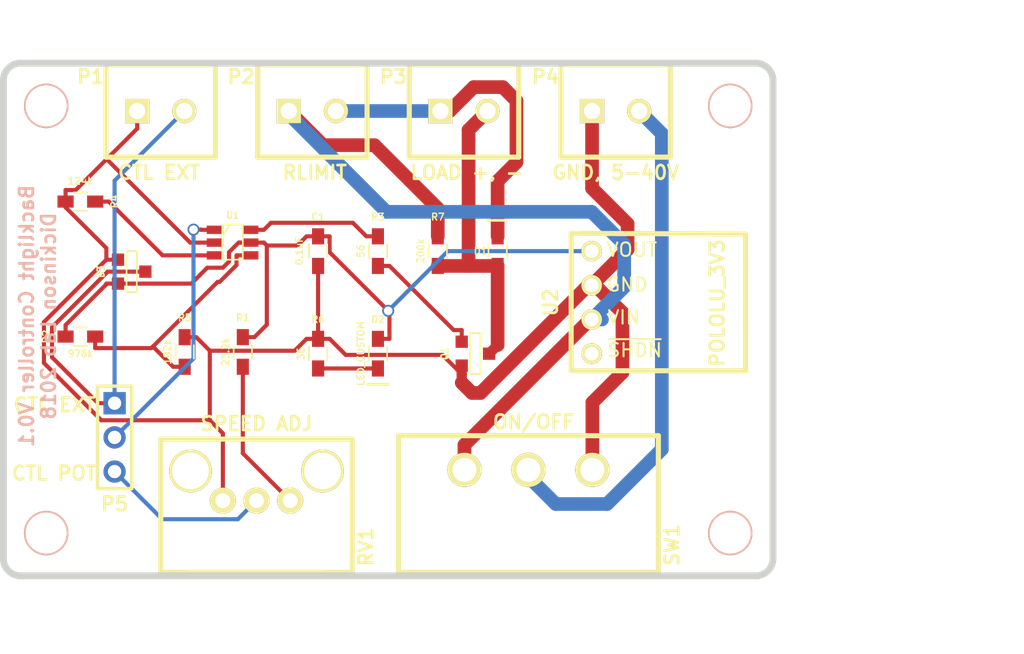
<source format=kicad_pcb>
(kicad_pcb (version 4) (host pcbnew 4.0.7-e2-6376~58~ubuntu16.04.1)

  (general
    (links 37)
    (no_connects 25)
    (area 25.145999 25.145999 82.804001 63.754001)
    (thickness 1.6)
    (drawings 23)
    (tracks 155)
    (zones 0)
    (modules 25)
    (nets 17)
  )

  (page A4)
  (layers
    (0 F.Cu signal)
    (31 B.Cu signal)
    (32 B.Adhes user)
    (33 F.Adhes user)
    (34 B.Paste user)
    (35 F.Paste user)
    (36 B.SilkS user)
    (37 F.SilkS user)
    (38 B.Mask user)
    (39 F.Mask user)
    (40 Dwgs.User user)
    (41 Cmts.User user)
    (42 Eco1.User user)
    (43 Eco2.User user)
    (44 Edge.Cuts user)
  )

  (setup
    (last_trace_width 0.3048)
    (trace_clearance 0.254)
    (zone_clearance 0.254)
    (zone_45_only no)
    (trace_min 0.254)
    (segment_width 0.2)
    (edge_width 0.508)
    (via_size 0.889)
    (via_drill 0.635)
    (via_min_size 0.889)
    (via_min_drill 0.508)
    (uvia_size 0.508)
    (uvia_drill 0.127)
    (uvias_allowed no)
    (uvia_min_size 0.508)
    (uvia_min_drill 0.127)
    (pcb_text_width 0.3)
    (pcb_text_size 1.5 1.5)
    (mod_edge_width 0.15)
    (mod_text_size 1 1)
    (mod_text_width 0.15)
    (pad_size 1.5 1.5)
    (pad_drill 0.6)
    (pad_to_mask_clearance 0)
    (aux_axis_origin 0 0)
    (visible_elements FFFFFF7F)
    (pcbplotparams
      (layerselection 0x010f0_80000001)
      (usegerberextensions true)
      (excludeedgelayer true)
      (linewidth 0.150000)
      (plotframeref false)
      (viasonmask false)
      (mode 1)
      (useauxorigin false)
      (hpglpennumber 1)
      (hpglpenspeed 20)
      (hpglpendiameter 15)
      (hpglpenoverlay 2)
      (psnegative false)
      (psa4output false)
      (plotreference true)
      (plotvalue true)
      (plotinvisibletext false)
      (padsonsilk false)
      (subtractmaskfromsilk false)
      (outputformat 1)
      (mirror false)
      (drillshape 0)
      (scaleselection 1)
      (outputdirectory gerber_v0p1/))
  )

  (net 0 "")
  (net 1 GND)
  (net 2 "Net-(D1-Pad1)")
  (net 3 "Net-(D2-Pad2)")
  (net 4 "Net-(Q1-Pad2)")
  (net 5 "Net-(R1-Pad2)")
  (net 6 "Net-(R2-Pad2)")
  (net 7 "Net-(R3-Pad2)")
  (net 8 "Net-(R4-Pad1)")
  (net 9 /3V3)
  (net 10 "Net-(D1-Pad2)")
  (net 11 /VIN)
  (net 12 "Net-(U2-Pad1)")
  (net 13 "Net-(D3-Pad3)")
  (net 14 "Net-(P5-Pad2)")
  (net 15 "Net-(P5-Pad3)")
  (net 16 "Net-(P4-Pad2)")

  (net_class Default "This is the default net class."
    (clearance 0.254)
    (trace_width 0.3048)
    (via_dia 0.889)
    (via_drill 0.635)
    (uvia_dia 0.508)
    (uvia_drill 0.127)
    (add_net /3V3)
    (add_net GND)
    (add_net "Net-(D2-Pad2)")
    (add_net "Net-(D3-Pad3)")
    (add_net "Net-(P4-Pad2)")
    (add_net "Net-(P5-Pad2)")
    (add_net "Net-(P5-Pad3)")
    (add_net "Net-(Q1-Pad2)")
    (add_net "Net-(R1-Pad2)")
    (add_net "Net-(R2-Pad2)")
    (add_net "Net-(R3-Pad2)")
    (add_net "Net-(R4-Pad1)")
    (add_net "Net-(U2-Pad1)")
  )

  (net_class Power ""
    (clearance 0.254)
    (trace_width 1.016)
    (via_dia 0.889)
    (via_drill 0.635)
    (uvia_dia 0.508)
    (uvia_drill 0.127)
    (add_net /VIN)
    (add_net "Net-(D1-Pad1)")
    (add_net "Net-(D1-Pad2)")
  )

  (module MOUNT_HOLE_4_40 (layer F.Cu) (tedit 5B846019) (tstamp 529F9CF2)
    (at 38.608 53.34)
    (fp_text reference M4 (at 0 -2.032) (layer F.SilkS) hide
      (effects (font (size 0.254 0.254) (thickness 0.0635)))
    )
    (fp_text value VAL** (at 0 2.032) (layer F.SilkS) hide
      (effects (font (size 0.254 0.254) (thickness 0.0635)))
    )
    (pad "" thru_hole circle (at -10.033 6.985) (size 3.302 3.302) (drill 3.048) (layers *.Cu *.SilkS *.Mask))
  )

  (module POT_EVUE2J (layer F.Cu) (tedit 5B86DF6C) (tstamp 529F9150)
    (at 44.196 57.912 270)
    (path /5B7E00B4)
    (fp_text reference RV1 (at 3.429 -8.128 450) (layer F.SilkS)
      (effects (font (size 1.016 1.016) (thickness 0.2032)))
    )
    (fp_text value POT (at -6.604 0.254 360) (layer F.SilkS) hide
      (effects (font (size 1.016 1.016) (thickness 0.2032)))
    )
    (fp_line (start -4.572 7.112) (end 5.334 7.112) (layer F.SilkS) (width 0.381))
    (fp_line (start 5.334 7.112) (end 5.334 -7.112) (layer F.SilkS) (width 0.381))
    (fp_line (start -4.572 6.35) (end -4.572 7.112) (layer F.SilkS) (width 0.381))
    (fp_line (start -4.572 -7.112) (end 5.334 -7.112) (layer F.SilkS) (width 0.381))
    (fp_line (start -4.572 -6.35) (end -4.572 -7.112) (layer F.SilkS) (width 0.381))
    (fp_line (start -4.572 -6.35) (end -4.572 6.35) (layer F.SilkS) (width 0.381))
    (fp_line (start 5.334 -5.08) (end 5.334 5.08) (layer F.SilkS) (width 0.381))
    (pad 1 thru_hole circle (at 0 2.49936 270) (size 1.9304 1.9304) (drill 1.09982) (layers *.Cu *.Mask F.SilkS)
      (net 1 GND))
    (pad 2 thru_hole circle (at 0 0 270) (size 1.9304 1.9304) (drill 1.09982) (layers *.Cu *.Mask F.SilkS)
      (net 15 "Net-(P5-Pad3)"))
    (pad 3 thru_hole circle (at 0 -2.49936 270) (size 1.9304 1.9304) (drill 1.09982) (layers *.Cu *.Mask F.SilkS)
      (net 5 "Net-(R1-Pad2)"))
    (pad "" thru_hole circle (at -2.19964 4.9022 270) (size 3.175 3.175) (drill 2.7178) (layers *.Cu *.Mask F.SilkS))
    (pad "" thru_hole circle (at -2.19964 -4.9022 270) (size 3.175 3.175) (drill 2.7178) (layers *.Cu *.Mask F.SilkS))
  )

  (module SOT23EBC (layer F.Cu) (tedit 529F98C7) (tstamp 529F9104)
    (at 60.452 46.99 90)
    (descr "Module CMS SOT23 Transistore EBC")
    (tags "CMS SOT")
    (path /5B7E0545)
    (attr smd)
    (fp_text reference Q1 (at 0 -2.286 90) (layer F.SilkS)
      (effects (font (size 0.508 0.4572) (thickness 0.1143)))
    )
    (fp_text value Q_NPN_EBC (at 0 0 90) (layer F.SilkS) hide
      (effects (font (size 0.762 0.762) (thickness 0.2032)))
    )
    (fp_line (start -1.524 -0.381) (end 1.524 -0.381) (layer F.SilkS) (width 0.127))
    (fp_line (start 1.524 -0.381) (end 1.524 0.381) (layer F.SilkS) (width 0.127))
    (fp_line (start 1.524 0.381) (end -1.524 0.381) (layer F.SilkS) (width 0.127))
    (fp_line (start -1.524 0.381) (end -1.524 -0.381) (layer F.SilkS) (width 0.127))
    (pad 1 smd rect (at -0.889 -1.016 90) (size 0.9144 0.9144) (layers F.Cu F.Paste F.Mask)
      (net 1 GND))
    (pad 2 smd rect (at 0.889 -1.016 90) (size 0.9144 0.9144) (layers F.Cu F.Paste F.Mask)
      (net 4 "Net-(Q1-Pad2)"))
    (pad 3 smd rect (at 0 1.016 90) (size 0.9144 0.9144) (layers F.Cu F.Paste F.Mask)
      (net 2 "Net-(D1-Pad1)"))
    (model smd/cms_sot23.wrl
      (at (xyz 0 0 0))
      (scale (xyz 0.13 0.15 0.15))
      (rotate (xyz 0 0 0))
    )
  )

  (module SLIDE_SWITCH (layer F.Cu) (tedit 5B86DB1B) (tstamp 529F915B)
    (at 64.389 58.166)
    (path /529D5079)
    (fp_text reference SW1 (at 10.668 3.048 90) (layer F.SilkS)
      (effects (font (size 1.016 1.016) (thickness 0.2032)))
    )
    (fp_text value SWITCH_INV (at 0 6.858) (layer F.SilkS) hide
      (effects (font (thickness 0.3048)))
    )
    (fp_line (start -9.652 -5.08) (end 9.652 -5.08) (layer F.SilkS) (width 0.381))
    (fp_line (start 9.652 -5.08) (end 9.652 5.08) (layer F.SilkS) (width 0.381))
    (fp_line (start 9.652 5.08) (end -9.652 5.08) (layer F.SilkS) (width 0.381))
    (fp_line (start -9.652 5.08) (end -9.652 -5.08) (layer F.SilkS) (width 0.381))
    (pad 1 thru_hole circle (at -4.7498 -2.54) (size 2.54 2.54) (drill 1.778) (layers *.Cu *.Mask F.SilkS)
      (net 11 /VIN))
    (pad 2 thru_hole circle (at 0 -2.54) (size 2.54 2.54) (drill 1.778) (layers *.Cu *.Mask F.SilkS)
      (net 16 "Net-(P4-Pad2)"))
    (pad 3 thru_hole circle (at 4.7498 -2.54) (size 2.54 2.54) (drill 1.778) (layers *.Cu *.Mask F.SilkS)
      (net 1 GND))
  )

  (module SOT23_6_CUSTOM (layer F.Cu) (tedit 529F9915) (tstamp 529F916A)
    (at 42.418 38.735 270)
    (path /529D3DDB)
    (fp_text reference U1 (at -2.032 0 360) (layer F.SilkS)
      (effects (font (size 0.508 0.4572) (thickness 0.1143)))
    )
    (fp_text value LTC6992_TSOT_32_6 (at 0.0635 0 270) (layer F.SilkS) hide
      (effects (font (size 0.50038 0.50038) (thickness 0.0762)))
    )
    (fp_line (start -0.508 0.762) (end -1.27 0.254) (layer F.SilkS) (width 0.127))
    (fp_line (start 1.27 0.762) (end -1.3335 0.762) (layer F.SilkS) (width 0.127))
    (fp_line (start -1.3335 0.762) (end -1.3335 -0.762) (layer F.SilkS) (width 0.127))
    (fp_line (start -1.3335 -0.762) (end 1.27 -0.762) (layer F.SilkS) (width 0.127))
    (fp_line (start 1.27 -0.762) (end 1.27 0.762) (layer F.SilkS) (width 0.127))
    (pad 6 smd rect (at -0.95 -1.31 270) (size 0.62 1.22) (layers F.Cu F.Paste F.Mask)
      (net 7 "Net-(R3-Pad2)"))
    (pad 5 smd rect (at 0 -1.31 270) (size 0.62 1.22) (layers F.Cu F.Paste F.Mask)
      (net 9 /3V3))
    (pad 4 smd rect (at 0.95 -1.31 270) (size 0.62 1.22) (layers F.Cu F.Paste F.Mask)
      (net 6 "Net-(R2-Pad2)"))
    (pad 3 smd rect (at 0.95 1.31 270) (size 0.62 1.22) (layers F.Cu F.Paste F.Mask)
      (net 8 "Net-(R4-Pad1)"))
    (pad 2 smd rect (at 0 1.31 270) (size 0.62 1.22) (layers F.Cu F.Paste F.Mask)
      (net 1 GND))
    (pad 1 smd rect (at -0.95 1.31 270) (size 0.62 1.22) (layers F.Cu F.Paste F.Mask)
      (net 14 "Net-(P5-Pad2)"))
    (model smd/SOT23_6.wrl
      (at (xyz 0 0 0))
      (scale (xyz 0.11 0.11 0.11))
      (rotate (xyz 0 0 0))
    )
  )

  (module MOUNT_HOLE_4_40 (layer F.Cu) (tedit 5B80448B) (tstamp 529F9CFB)
    (at 100.965 20.955)
    (fp_text reference M2 (at 0 -2.032) (layer F.SilkS) hide
      (effects (font (size 0.254 0.254) (thickness 0.0635)))
    )
    (fp_text value VAL** (at 0 2.032) (layer F.SilkS) hide
      (effects (font (size 0.254 0.254) (thickness 0.0635)))
    )
    (pad "" thru_hole circle (at -21.59 7.62) (size 3.302 3.302) (drill 3.048) (layers *.Cu *.SilkS *.Mask))
  )

  (module MOUNT_HOLE_4_40 (layer F.Cu) (tedit 529F9E95) (tstamp 529F9D1E)
    (at 28.575 28.575)
    (fp_text reference M1 (at 0 -2.032) (layer F.SilkS) hide
      (effects (font (size 0.254 0.254) (thickness 0.0635)))
    )
    (fp_text value VAL** (at 0 2.032) (layer F.SilkS) hide
      (effects (font (size 0.254 0.254) (thickness 0.0635)))
    )
    (pad "" thru_hole circle (at 0 0) (size 3.302 3.302) (drill 3.048) (layers *.Cu *.SilkS *.Mask))
  )

  (module POLOLU_3V3:POLOLU_3V3 (layer F.Cu) (tedit 5B8046D8) (tstamp 5B803B81)
    (at 69.088 43.18 90)
    (path /5B804F6C)
    (fp_text reference U2 (at 0 -3.048 90) (layer F.SilkS)
      (effects (font (size 1.016 1.016) (thickness 0.2032)))
    )
    (fp_text value POLOLU_3V3 (at -0.0508 9.3218 90) (layer F.SilkS)
      (effects (font (size 1.016 1.016) (thickness 0.2032)))
    )
    (fp_text user VOUT (at 3.9116 2.9972 180) (layer F.SilkS)
      (effects (font (size 1 1) (thickness 0.15)))
    )
    (fp_text user GND (at 1.3208 2.6416 180) (layer F.SilkS)
      (effects (font (size 1 1) (thickness 0.15)))
    )
    (fp_text user VIN (at -1.1176 2.3876 180) (layer F.SilkS)
      (effects (font (size 1 1) (thickness 0.15)))
    )
    (fp_text user ~SHDN (at -3.556 3.2004 180) (layer F.SilkS)
      (effects (font (size 1 1) (thickness 0.15)))
    )
    (fp_line (start -5.08 -1.524) (end -5.08 11.43) (layer F.SilkS) (width 0.381))
    (fp_line (start 5.1308 -1.524) (end 5.08 11.43) (layer F.SilkS) (width 0.381))
    (fp_line (start -5.08 -1.524) (end 5.08 -1.524) (layer F.SilkS) (width 0.381))
    (fp_line (start -5.08 11.43) (end 5.08 11.43) (layer F.SilkS) (width 0.381))
    (pad 1 thru_hole circle (at -3.81 0 90) (size 1.524 1.524) (drill 1.016) (layers *.Cu *.Mask F.SilkS)
      (net 12 "Net-(U2-Pad1)"))
    (pad 2 thru_hole circle (at -1.27 0 90) (size 1.524 1.524) (drill 1.016) (layers *.Cu *.Mask F.SilkS)
      (net 11 /VIN))
    (pad 3 thru_hole circle (at 1.27 0 90) (size 1.524 1.524) (drill 1.016) (layers *.Cu *.Mask F.SilkS)
      (net 1 GND))
    (pad 4 thru_hole circle (at 3.81 0 90) (size 1.524 1.524) (drill 1.016) (layers *.Cu *.Mask F.SilkS)
      (net 9 /3V3))
  )

  (module R_0603_HandCustom:R_0603_HandSoldering (layer F.Cu) (tedit 5B86DAA2) (tstamp 5B80524E)
    (at 31.115 35.687 180)
    (descr "Resistor SMD 0603, hand soldering")
    (tags "resistor 0603")
    (path /529D46DE)
    (attr smd)
    (fp_text reference R4 (at -2.54 0 270) (layer F.SilkS)
      (effects (font (size 0.508 0.508) (thickness 0.1016)))
    )
    (fp_text value 124k (at 0 1.524 180) (layer F.SilkS)
      (effects (font (size 0.508 0.508) (thickness 0.1016)))
    )
    (fp_text user %R (at 0 0 180) (layer F.Fab)
      (effects (font (size 0.4 0.4) (thickness 0.075)))
    )
    (fp_line (start -0.8 0.4) (end -0.8 -0.4) (layer F.Fab) (width 0.1))
    (fp_line (start 0.8 0.4) (end -0.8 0.4) (layer F.Fab) (width 0.1))
    (fp_line (start 0.8 -0.4) (end 0.8 0.4) (layer F.Fab) (width 0.1))
    (fp_line (start -0.8 -0.4) (end 0.8 -0.4) (layer F.Fab) (width 0.1))
    (fp_line (start 0.5 0.68) (end -0.5 0.68) (layer F.SilkS) (width 0.12))
    (fp_line (start -0.5 -0.68) (end 0.5 -0.68) (layer F.SilkS) (width 0.12))
    (fp_line (start -1.96 -0.7) (end 1.95 -0.7) (layer F.CrtYd) (width 0.05))
    (fp_line (start -1.96 -0.7) (end -1.96 0.7) (layer F.CrtYd) (width 0.05))
    (fp_line (start 1.95 0.7) (end 1.95 -0.7) (layer F.CrtYd) (width 0.05))
    (fp_line (start 1.95 0.7) (end -1.96 0.7) (layer F.CrtYd) (width 0.05))
    (pad 1 smd rect (at -1.1 0 180) (size 1.2 0.9) (layers F.Cu F.Paste F.Mask)
      (net 8 "Net-(R4-Pad1)"))
    (pad 2 smd rect (at 1.1 0 180) (size 1.2 0.9) (layers F.Cu F.Paste F.Mask)
      (net 1 GND))
    (model ${KISYS3DMOD}/Resistors_SMD.3dshapes/R_0603.wrl
      (at (xyz 0 0 0))
      (scale (xyz 1 1 1))
      (rotate (xyz 0 0 0))
    )
  )

  (module R_0603_HandCustom:R_0603_HandSoldering (layer F.Cu) (tedit 5B8052A7) (tstamp 5B805271)
    (at 31.115 45.72)
    (descr "Resistor SMD 0603, hand soldering")
    (tags "resistor 0603")
    (path /529D46A6)
    (attr smd)
    (fp_text reference R2 (at -2.54 0 90) (layer F.SilkS)
      (effects (font (size 0.508 0.508) (thickness 0.1016)))
    )
    (fp_text value 976k (at 0 1.27) (layer F.SilkS)
      (effects (font (size 0.508 0.508) (thickness 0.1016)))
    )
    (fp_text user %R (at 0 0) (layer F.Fab)
      (effects (font (size 0.4 0.4) (thickness 0.075)))
    )
    (fp_line (start -0.8 0.4) (end -0.8 -0.4) (layer F.Fab) (width 0.1))
    (fp_line (start 0.8 0.4) (end -0.8 0.4) (layer F.Fab) (width 0.1))
    (fp_line (start 0.8 -0.4) (end 0.8 0.4) (layer F.Fab) (width 0.1))
    (fp_line (start -0.8 -0.4) (end 0.8 -0.4) (layer F.Fab) (width 0.1))
    (fp_line (start 0.5 0.68) (end -0.5 0.68) (layer F.SilkS) (width 0.12))
    (fp_line (start -0.5 -0.68) (end 0.5 -0.68) (layer F.SilkS) (width 0.12))
    (fp_line (start -1.96 -0.7) (end 1.95 -0.7) (layer F.CrtYd) (width 0.05))
    (fp_line (start -1.96 -0.7) (end -1.96 0.7) (layer F.CrtYd) (width 0.05))
    (fp_line (start 1.95 0.7) (end 1.95 -0.7) (layer F.CrtYd) (width 0.05))
    (fp_line (start 1.95 0.7) (end -1.96 0.7) (layer F.CrtYd) (width 0.05))
    (pad 1 smd rect (at -1.1 0) (size 1.2 0.9) (layers F.Cu F.Paste F.Mask)
      (net 9 /3V3))
    (pad 2 smd rect (at 1.1 0) (size 1.2 0.9) (layers F.Cu F.Paste F.Mask)
      (net 6 "Net-(R2-Pad2)"))
    (model ${KISYS3DMOD}/Resistors_SMD.3dshapes/R_0603.wrl
      (at (xyz 0 0 0))
      (scale (xyz 1 1 1))
      (rotate (xyz 0 0 0))
    )
  )

  (module R_0603_HandCustom:R_0603_HandSoldering (layer F.Cu) (tedit 5B8052AE) (tstamp 5B80528D)
    (at 38.862 46.863 90)
    (descr "Resistor SMD 0603, hand soldering")
    (tags "resistor 0603")
    (path /529D46B5)
    (attr smd)
    (fp_text reference R5 (at 2.54 0 180) (layer F.SilkS)
      (effects (font (size 0.508 0.508) (thickness 0.1016)))
    )
    (fp_text value 182k (at 0 -1.27 90) (layer F.SilkS)
      (effects (font (size 0.508 0.508) (thickness 0.1016)))
    )
    (fp_text user %R (at 0 0 90) (layer F.Fab)
      (effects (font (size 0.4 0.4) (thickness 0.075)))
    )
    (fp_line (start -0.8 0.4) (end -0.8 -0.4) (layer F.Fab) (width 0.1))
    (fp_line (start 0.8 0.4) (end -0.8 0.4) (layer F.Fab) (width 0.1))
    (fp_line (start 0.8 -0.4) (end 0.8 0.4) (layer F.Fab) (width 0.1))
    (fp_line (start -0.8 -0.4) (end 0.8 -0.4) (layer F.Fab) (width 0.1))
    (fp_line (start 0.5 0.68) (end -0.5 0.68) (layer F.SilkS) (width 0.12))
    (fp_line (start -0.5 -0.68) (end 0.5 -0.68) (layer F.SilkS) (width 0.12))
    (fp_line (start -1.96 -0.7) (end 1.95 -0.7) (layer F.CrtYd) (width 0.05))
    (fp_line (start -1.96 -0.7) (end -1.96 0.7) (layer F.CrtYd) (width 0.05))
    (fp_line (start 1.95 0.7) (end 1.95 -0.7) (layer F.CrtYd) (width 0.05))
    (fp_line (start 1.95 0.7) (end -1.96 0.7) (layer F.CrtYd) (width 0.05))
    (pad 1 smd rect (at -1.1 0 90) (size 1.2 0.9) (layers F.Cu F.Paste F.Mask)
      (net 6 "Net-(R2-Pad2)"))
    (pad 2 smd rect (at 1.1 0 90) (size 1.2 0.9) (layers F.Cu F.Paste F.Mask)
      (net 1 GND))
    (model ${KISYS3DMOD}/Resistors_SMD.3dshapes/R_0603.wrl
      (at (xyz 0 0 0))
      (scale (xyz 1 1 1))
      (rotate (xyz 0 0 0))
    )
  )

  (module R_0603_HandCustom:R_0603_HandSoldering (layer F.Cu) (tedit 5B8052B2) (tstamp 5B8052B3)
    (at 43.18 46.863 270)
    (descr "Resistor SMD 0603, hand soldering")
    (tags "resistor 0603")
    (path /529D3E31)
    (attr smd)
    (fp_text reference R1 (at -2.54 0 360) (layer F.SilkS)
      (effects (font (size 0.508 0.508) (thickness 0.1016)))
    )
    (fp_text value 23.2k (at 0 1.27 270) (layer F.SilkS)
      (effects (font (size 0.508 0.508) (thickness 0.1016)))
    )
    (fp_text user %R (at 0 0 270) (layer F.Fab)
      (effects (font (size 0.4 0.4) (thickness 0.075)))
    )
    (fp_line (start -0.8 0.4) (end -0.8 -0.4) (layer F.Fab) (width 0.1))
    (fp_line (start 0.8 0.4) (end -0.8 0.4) (layer F.Fab) (width 0.1))
    (fp_line (start 0.8 -0.4) (end 0.8 0.4) (layer F.Fab) (width 0.1))
    (fp_line (start -0.8 -0.4) (end 0.8 -0.4) (layer F.Fab) (width 0.1))
    (fp_line (start 0.5 0.68) (end -0.5 0.68) (layer F.SilkS) (width 0.12))
    (fp_line (start -0.5 -0.68) (end 0.5 -0.68) (layer F.SilkS) (width 0.12))
    (fp_line (start -1.96 -0.7) (end 1.95 -0.7) (layer F.CrtYd) (width 0.05))
    (fp_line (start -1.96 -0.7) (end -1.96 0.7) (layer F.CrtYd) (width 0.05))
    (fp_line (start 1.95 0.7) (end 1.95 -0.7) (layer F.CrtYd) (width 0.05))
    (fp_line (start 1.95 0.7) (end -1.96 0.7) (layer F.CrtYd) (width 0.05))
    (pad 1 smd rect (at -1.1 0 270) (size 1.2 0.9) (layers F.Cu F.Paste F.Mask)
      (net 9 /3V3))
    (pad 2 smd rect (at 1.1 0 270) (size 1.2 0.9) (layers F.Cu F.Paste F.Mask)
      (net 5 "Net-(R1-Pad2)"))
    (model ${KISYS3DMOD}/Resistors_SMD.3dshapes/R_0603.wrl
      (at (xyz 0 0 0))
      (scale (xyz 1 1 1))
      (rotate (xyz 0 0 0))
    )
  )

  (module R_0603_HandCustom:R_0603_HandSoldering (layer F.Cu) (tedit 5B809DF1) (tstamp 5B8052D9)
    (at 48.768 39.37 270)
    (descr "Resistor SMD 0603, hand soldering")
    (tags "resistor 0603")
    (path /529D4B5F)
    (attr smd)
    (fp_text reference C1 (at -2.54 0 360) (layer F.SilkS)
      (effects (font (size 0.508 0.508) (thickness 0.1016)))
    )
    (fp_text value 0.1uF (at 0 1.397 270) (layer F.SilkS)
      (effects (font (size 0.508 0.508) (thickness 0.1016)))
    )
    (fp_text user %R (at 0 0 270) (layer F.Fab)
      (effects (font (size 0.4 0.4) (thickness 0.075)))
    )
    (fp_line (start -0.8 0.4) (end -0.8 -0.4) (layer F.Fab) (width 0.1))
    (fp_line (start 0.8 0.4) (end -0.8 0.4) (layer F.Fab) (width 0.1))
    (fp_line (start 0.8 -0.4) (end 0.8 0.4) (layer F.Fab) (width 0.1))
    (fp_line (start -0.8 -0.4) (end 0.8 -0.4) (layer F.Fab) (width 0.1))
    (fp_line (start 0.5 0.68) (end -0.5 0.68) (layer F.SilkS) (width 0.12))
    (fp_line (start -0.5 -0.68) (end 0.5 -0.68) (layer F.SilkS) (width 0.12))
    (fp_line (start -1.96 -0.7) (end 1.95 -0.7) (layer F.CrtYd) (width 0.05))
    (fp_line (start -1.96 -0.7) (end -1.96 0.7) (layer F.CrtYd) (width 0.05))
    (fp_line (start 1.95 0.7) (end 1.95 -0.7) (layer F.CrtYd) (width 0.05))
    (fp_line (start 1.95 0.7) (end -1.96 0.7) (layer F.CrtYd) (width 0.05))
    (pad 1 smd rect (at -1.1 0 270) (size 1.2 0.9) (layers F.Cu F.Paste F.Mask)
      (net 9 /3V3))
    (pad 2 smd rect (at 1.1 0 270) (size 1.2 0.9) (layers F.Cu F.Paste F.Mask)
      (net 1 GND))
    (model ${KISYS3DMOD}/Resistors_SMD.3dshapes/R_0603.wrl
      (at (xyz 0 0 0))
      (scale (xyz 1 1 1))
      (rotate (xyz 0 0 0))
    )
  )

  (module R_0603_HandCustom:R_0603_HandSoldering (layer F.Cu) (tedit 5B806A68) (tstamp 5B806A73)
    (at 48.768 46.99 90)
    (descr "Resistor SMD 0603, hand soldering")
    (tags "resistor 0603")
    (path /52F86CDB)
    (attr smd)
    (fp_text reference R6 (at 2.54 0 180) (layer F.SilkS)
      (effects (font (size 0.508 0.508) (thickness 0.1016)))
    )
    (fp_text value 36 (at 0 -1.27 90) (layer F.SilkS)
      (effects (font (size 0.508 0.508) (thickness 0.1016)))
    )
    (fp_text user %R (at 0 0 90) (layer F.Fab)
      (effects (font (size 0.4 0.4) (thickness 0.075)))
    )
    (fp_line (start -0.8 0.4) (end -0.8 -0.4) (layer F.Fab) (width 0.1))
    (fp_line (start 0.8 0.4) (end -0.8 0.4) (layer F.Fab) (width 0.1))
    (fp_line (start 0.8 -0.4) (end 0.8 0.4) (layer F.Fab) (width 0.1))
    (fp_line (start -0.8 -0.4) (end 0.8 -0.4) (layer F.Fab) (width 0.1))
    (fp_line (start 0.5 0.68) (end -0.5 0.68) (layer F.SilkS) (width 0.12))
    (fp_line (start -0.5 -0.68) (end 0.5 -0.68) (layer F.SilkS) (width 0.12))
    (fp_line (start -1.96 -0.7) (end 1.95 -0.7) (layer F.CrtYd) (width 0.05))
    (fp_line (start -1.96 -0.7) (end -1.96 0.7) (layer F.CrtYd) (width 0.05))
    (fp_line (start 1.95 0.7) (end 1.95 -0.7) (layer F.CrtYd) (width 0.05))
    (fp_line (start 1.95 0.7) (end -1.96 0.7) (layer F.CrtYd) (width 0.05))
    (pad 1 smd rect (at -1.1 0 90) (size 1.2 0.9) (layers F.Cu F.Paste F.Mask)
      (net 3 "Net-(D2-Pad2)"))
    (pad 2 smd rect (at 1.1 0 90) (size 1.2 0.9) (layers F.Cu F.Paste F.Mask)
      (net 1 GND))
    (model ${KISYS3DMOD}/Resistors_SMD.3dshapes/R_0603.wrl
      (at (xyz 0 0 0))
      (scale (xyz 1 1 1))
      (rotate (xyz 0 0 0))
    )
  )

  (module R_0603_HandCustom:R_0603_HandSoldering (layer F.Cu) (tedit 5B806A8F) (tstamp 5B806AAB)
    (at 53.213 39.37 90)
    (descr "Resistor SMD 0603, hand soldering")
    (tags "resistor 0603")
    (path /529D4BD5)
    (attr smd)
    (fp_text reference R3 (at 2.54 0 180) (layer F.SilkS)
      (effects (font (size 0.508 0.508) (thickness 0.1016)))
    )
    (fp_text value 56 (at 0 -1.27 90) (layer F.SilkS)
      (effects (font (size 0.508 0.508) (thickness 0.1016)))
    )
    (fp_text user %R (at 0 0 90) (layer F.Fab)
      (effects (font (size 0.4 0.4) (thickness 0.075)))
    )
    (fp_line (start -0.8 0.4) (end -0.8 -0.4) (layer F.Fab) (width 0.1))
    (fp_line (start 0.8 0.4) (end -0.8 0.4) (layer F.Fab) (width 0.1))
    (fp_line (start 0.8 -0.4) (end 0.8 0.4) (layer F.Fab) (width 0.1))
    (fp_line (start -0.8 -0.4) (end 0.8 -0.4) (layer F.Fab) (width 0.1))
    (fp_line (start 0.5 0.68) (end -0.5 0.68) (layer F.SilkS) (width 0.12))
    (fp_line (start -0.5 -0.68) (end 0.5 -0.68) (layer F.SilkS) (width 0.12))
    (fp_line (start -1.96 -0.7) (end 1.95 -0.7) (layer F.CrtYd) (width 0.05))
    (fp_line (start -1.96 -0.7) (end -1.96 0.7) (layer F.CrtYd) (width 0.05))
    (fp_line (start 1.95 0.7) (end 1.95 -0.7) (layer F.CrtYd) (width 0.05))
    (fp_line (start 1.95 0.7) (end -1.96 0.7) (layer F.CrtYd) (width 0.05))
    (pad 1 smd rect (at -1.1 0 90) (size 1.2 0.9) (layers F.Cu F.Paste F.Mask)
      (net 4 "Net-(Q1-Pad2)"))
    (pad 2 smd rect (at 1.1 0 90) (size 1.2 0.9) (layers F.Cu F.Paste F.Mask)
      (net 7 "Net-(R3-Pad2)"))
    (model ${KISYS3DMOD}/Resistors_SMD.3dshapes/R_0603.wrl
      (at (xyz 0 0 0))
      (scale (xyz 1 1 1))
      (rotate (xyz 0 0 0))
    )
  )

  (module R_0603_HandCustom:R_0603_HandSoldering (layer F.Cu) (tedit 5B806AB6) (tstamp 5B806AF2)
    (at 57.658 39.37 270)
    (descr "Resistor SMD 0603, hand soldering")
    (tags "resistor 0603")
    (path /5B803282)
    (attr smd)
    (fp_text reference R7 (at -2.54 0 360) (layer F.SilkS)
      (effects (font (size 0.508 0.508) (thickness 0.1016)))
    )
    (fp_text value 200k (at 0 1.27 270) (layer F.SilkS)
      (effects (font (size 0.508 0.508) (thickness 0.1016)))
    )
    (fp_text user %R (at 0 0 270) (layer F.Fab)
      (effects (font (size 0.4 0.4) (thickness 0.075)))
    )
    (fp_line (start -0.8 0.4) (end -0.8 -0.4) (layer F.Fab) (width 0.1))
    (fp_line (start 0.8 0.4) (end -0.8 0.4) (layer F.Fab) (width 0.1))
    (fp_line (start 0.8 -0.4) (end 0.8 0.4) (layer F.Fab) (width 0.1))
    (fp_line (start -0.8 -0.4) (end 0.8 -0.4) (layer F.Fab) (width 0.1))
    (fp_line (start 0.5 0.68) (end -0.5 0.68) (layer F.SilkS) (width 0.12))
    (fp_line (start -0.5 -0.68) (end 0.5 -0.68) (layer F.SilkS) (width 0.12))
    (fp_line (start -1.96 -0.7) (end 1.95 -0.7) (layer F.CrtYd) (width 0.05))
    (fp_line (start -1.96 -0.7) (end -1.96 0.7) (layer F.CrtYd) (width 0.05))
    (fp_line (start 1.95 0.7) (end 1.95 -0.7) (layer F.CrtYd) (width 0.05))
    (fp_line (start 1.95 0.7) (end -1.96 0.7) (layer F.CrtYd) (width 0.05))
    (pad 1 smd rect (at -1.1 0 270) (size 1.2 0.9) (layers F.Cu F.Paste F.Mask)
      (net 11 /VIN))
    (pad 2 smd rect (at 1.1 0 270) (size 1.2 0.9) (layers F.Cu F.Paste F.Mask)
      (net 2 "Net-(D1-Pad1)"))
    (model ${KISYS3DMOD}/Resistors_SMD.3dshapes/R_0603.wrl
      (at (xyz 0 0 0))
      (scale (xyz 1 1 1))
      (rotate (xyz 0 0 0))
    )
  )

  (module Diode_0603_Custom:R_0603_HandSoldering (layer F.Cu) (tedit 5B806B46) (tstamp 5B806B10)
    (at 53.213 46.99 270)
    (descr "Resistor SMD 0603, hand soldering")
    (tags "resistor 0603")
    (path /5B80AD3A)
    (attr smd)
    (fp_text reference D2 (at -2.54 0 360) (layer F.SilkS)
      (effects (font (size 0.508 0.508) (thickness 0.1016)))
    )
    (fp_text value LED_CUSTOM (at 0 1.27 270) (layer F.SilkS)
      (effects (font (size 0.508 0.508) (thickness 0.1016)))
    )
    (fp_line (start 2.286 -0.762) (end 2.286 0.762) (layer F.SilkS) (width 0.2032))
    (fp_text user %R (at 0 0 270) (layer F.Fab)
      (effects (font (size 0.4 0.4) (thickness 0.075)))
    )
    (fp_line (start -0.8 0.4) (end -0.8 -0.4) (layer F.Fab) (width 0.1))
    (fp_line (start 0.8 0.4) (end -0.8 0.4) (layer F.Fab) (width 0.1))
    (fp_line (start 0.8 -0.4) (end 0.8 0.4) (layer F.Fab) (width 0.1))
    (fp_line (start -0.8 -0.4) (end 0.8 -0.4) (layer F.Fab) (width 0.1))
    (fp_line (start 0.5 0.68) (end -0.5 0.68) (layer F.SilkS) (width 0.12))
    (fp_line (start -0.5 -0.68) (end 0.5 -0.68) (layer F.SilkS) (width 0.12))
    (fp_line (start -1.96 -0.7) (end 1.95 -0.7) (layer F.CrtYd) (width 0.05))
    (fp_line (start -1.96 -0.7) (end -1.96 0.7) (layer F.CrtYd) (width 0.05))
    (fp_line (start 1.95 0.7) (end 1.95 -0.7) (layer F.CrtYd) (width 0.05))
    (fp_line (start 1.95 0.7) (end -1.96 0.7) (layer F.CrtYd) (width 0.05))
    (pad 1 smd rect (at -1.1 0 270) (size 1.2 0.9) (layers F.Cu F.Paste F.Mask)
      (net 9 /3V3))
    (pad 2 smd rect (at 1.1 0 270) (size 1.2 0.9) (layers F.Cu F.Paste F.Mask)
      (net 3 "Net-(D2-Pad2)"))
    (model ${KISYS3DMOD}/Resistors_SMD.3dshapes/R_0603.wrl
      (at (xyz 0 0 0))
      (scale (xyz 1 1 1))
      (rotate (xyz 0 0 0))
    )
  )

  (module Diode_0603_Custom:R_0603_HandSoldering (layer F.Cu) (tedit 5B806B20) (tstamp 5B806B39)
    (at 62.103 39.37 90)
    (descr "Resistor SMD 0603, hand soldering")
    (tags "resistor 0603")
    (path /5B7E13D5)
    (attr smd)
    (fp_text reference D1 (at 0 -1.27 180) (layer F.SilkS)
      (effects (font (size 0.508 0.508) (thickness 0.1016)))
    )
    (fp_text value DIODE_CUSTOM (at 0 1.27 90) (layer F.SilkS) hide
      (effects (font (size 0.508 0.508) (thickness 0.1016)))
    )
    (fp_line (start 2.286 -0.762) (end 2.286 0.762) (layer F.SilkS) (width 0.2032))
    (fp_text user %R (at 0 0 90) (layer F.Fab)
      (effects (font (size 0.4 0.4) (thickness 0.075)))
    )
    (fp_line (start -0.8 0.4) (end -0.8 -0.4) (layer F.Fab) (width 0.1))
    (fp_line (start 0.8 0.4) (end -0.8 0.4) (layer F.Fab) (width 0.1))
    (fp_line (start 0.8 -0.4) (end 0.8 0.4) (layer F.Fab) (width 0.1))
    (fp_line (start -0.8 -0.4) (end 0.8 -0.4) (layer F.Fab) (width 0.1))
    (fp_line (start 0.5 0.68) (end -0.5 0.68) (layer F.SilkS) (width 0.12))
    (fp_line (start -0.5 -0.68) (end 0.5 -0.68) (layer F.SilkS) (width 0.12))
    (fp_line (start -1.96 -0.7) (end 1.95 -0.7) (layer F.CrtYd) (width 0.05))
    (fp_line (start -1.96 -0.7) (end -1.96 0.7) (layer F.CrtYd) (width 0.05))
    (fp_line (start 1.95 0.7) (end 1.95 -0.7) (layer F.CrtYd) (width 0.05))
    (fp_line (start 1.95 0.7) (end -1.96 0.7) (layer F.CrtYd) (width 0.05))
    (pad 1 smd rect (at -1.1 0 90) (size 1.2 0.9) (layers F.Cu F.Paste F.Mask)
      (net 2 "Net-(D1-Pad1)"))
    (pad 2 smd rect (at 1.1 0 90) (size 1.2 0.9) (layers F.Cu F.Paste F.Mask)
      (net 10 "Net-(D1-Pad2)"))
    (model ${KISYS3DMOD}/Resistors_SMD.3dshapes/R_0603.wrl
      (at (xyz 0 0 0))
      (scale (xyz 1 1 1))
      (rotate (xyz 0 0 0))
    )
  )

  (module MOUNT_HOLE_4_40:MOUNT_HOLE_4_40 (layer F.Cu) (tedit 529F9E95) (tstamp 5B806B77)
    (at 79.375 60.325)
    (fp_text reference REF** (at 0 -2.032) (layer F.SilkS) hide
      (effects (font (size 0.254 0.254) (thickness 0.0635)))
    )
    (fp_text value VAL** (at 0 2.032) (layer F.SilkS) hide
      (effects (font (size 0.254 0.254) (thickness 0.0635)))
    )
    (pad "" thru_hole circle (at 0 0) (size 3.302 3.302) (drill 3.048) (layers *.Cu *.SilkS *.Mask))
  )

  (module BAS07:SOT23EBC (layer F.Cu) (tedit 5B86D3A5) (tstamp 5B86D5C6)
    (at 33.909 40.894 270)
    (descr "Module CMS SOT23 Transistore EBC")
    (tags SOT23EBC)
    (path /5B870DCC)
    (attr smd)
    (fp_text reference D3 (at 0 1.27 450) (layer F.SilkS)
      (effects (font (size 0.508 0.4572) (thickness 0.1143)))
    )
    (fp_text value BAS07-04 (at 0 -1.016 450) (layer F.SilkS) hide
      (effects (font (size 0.762 0.762) (thickness 0.1524)))
    )
    (fp_line (start 1.524 -0.635) (end -1.524 -0.635) (layer F.SilkS) (width 0.127))
    (fp_line (start -1.524 -0.635) (end -1.524 -1.397) (layer F.SilkS) (width 0.127))
    (fp_line (start -1.524 -1.397) (end 1.524 -1.397) (layer F.SilkS) (width 0.127))
    (fp_line (start 1.524 -1.397) (end 1.524 -0.635) (layer F.SilkS) (width 0.127))
    (pad 2 smd rect (at 0.889 0 90) (size 0.9144 0.9144) (layers F.Cu F.Paste F.Mask)
      (net 9 /3V3))
    (pad 1 smd rect (at -0.889 0 90) (size 0.9144 0.9144) (layers F.Cu F.Paste F.Mask)
      (net 1 GND))
    (pad 3 smd rect (at 0 -2.032 90) (size 0.9144 0.9144) (layers F.Cu F.Paste F.Mask)
      (net 13 "Net-(D3-Pad3)"))
    (model smd/cms_sot23.wrl
      (at (xyz 0 0 0))
      (scale (xyz 0.13 0.15 0.15))
      (rotate (xyz 0 0 0))
    )
  )

  (module PIN_ARRAY_1X3:PIN_ARRAY_1X3 (layer F.Cu) (tedit 5B86DBDF) (tstamp 5B86D5D3)
    (at 33.655 53.213)
    (path /5B86C82E)
    (fp_text reference P5 (at 0 4.953 180) (layer F.SilkS)
      (effects (font (size 1.016 1.016) (thickness 0.2032)))
    )
    (fp_text value CONN_3 (at 0 -4.826) (layer F.Fab) hide
      (effects (font (size 1.016 1.016) (thickness 0.2032)))
    )
    (fp_line (start -1.27 -3.81) (end -1.27 3.81) (layer F.SilkS) (width 0.254))
    (fp_line (start -1.27 3.81) (end 1.27 3.81) (layer F.SilkS) (width 0.254))
    (fp_line (start 1.27 3.81) (end 1.27 -3.81) (layer F.SilkS) (width 0.254))
    (fp_line (start 1.27 -3.81) (end -1.27 -3.81) (layer F.SilkS) (width 0.254))
    (pad 1 thru_hole rect (at 0 -2.54) (size 1.651 1.651) (drill 0.9906) (layers *.Cu *.Mask)
      (net 13 "Net-(D3-Pad3)"))
    (pad 2 thru_hole circle (at 0 0) (size 1.651 1.651) (drill 0.9906) (layers *.Cu *.Mask)
      (net 14 "Net-(P5-Pad2)"))
    (pad 3 thru_hole circle (at 0 2.54) (size 1.651 1.651) (drill 0.9906) (layers *.Cu *.Mask)
      (net 15 "Net-(P5-Pad3)"))
  )

  (module BLOCK_CONN_2:BLOCK_CONN_2X1 (layer F.Cu) (tedit 5B86DE4C) (tstamp 5B86D758)
    (at 37.084 28.956)
    (descr BLOCK_CONN_2X1)
    (tags BLOCK_CONN_2X1)
    (path /5B86E210)
    (fp_text reference P1 (at -5.207 -2.54) (layer F.SilkS)
      (effects (font (size 1.016 1.016) (thickness 0.2032)))
    )
    (fp_text value CONN_2 (at 0.508 -5.588) (layer F.SilkS) hide
      (effects (font (thickness 0.3048)))
    )
    (fp_line (start -4.064 -3.429) (end -4.064 3.429) (layer F.SilkS) (width 0.381))
    (fp_line (start -4.064 3.429) (end 4.064 3.429) (layer F.SilkS) (width 0.381))
    (fp_line (start 4.064 3.429) (end 4.064 -3.429) (layer F.SilkS) (width 0.381))
    (fp_line (start 4.064 -3.429) (end -4.064 -3.429) (layer F.SilkS) (width 0.381))
    (pad 1 thru_hole rect (at -1.75006 0) (size 1.8 1.8) (drill 1.2) (layers *.Cu *.Mask F.SilkS)
      (net 1 GND))
    (pad 2 thru_hole circle (at 1.75006 0) (size 1.8 1.8) (drill 1.2) (layers *.Cu *.Mask F.SilkS)
      (net 13 "Net-(D3-Pad3)"))
  )

  (module BLOCK_CONN_2:BLOCK_CONN_2X1 (layer F.Cu) (tedit 5B86DE51) (tstamp 5B86D75E)
    (at 48.3447 28.956)
    (descr BLOCK_CONN_2X1)
    (tags BLOCK_CONN_2X1)
    (path /5B802DA7)
    (fp_text reference P2 (at -5.291667 -2.54) (layer F.SilkS)
      (effects (font (size 1.016 1.016) (thickness 0.2032)))
    )
    (fp_text value CONN_2 (at 0.508 -5.588) (layer F.SilkS) hide
      (effects (font (thickness 0.3048)))
    )
    (fp_line (start -4.064 -3.429) (end -4.064 3.429) (layer F.SilkS) (width 0.381))
    (fp_line (start -4.064 3.429) (end 4.064 3.429) (layer F.SilkS) (width 0.381))
    (fp_line (start 4.064 3.429) (end 4.064 -3.429) (layer F.SilkS) (width 0.381))
    (fp_line (start 4.064 -3.429) (end -4.064 -3.429) (layer F.SilkS) (width 0.381))
    (pad 1 thru_hole rect (at -1.75006 0) (size 1.8 1.8) (drill 1.2) (layers *.Cu *.Mask F.SilkS)
      (net 11 /VIN))
    (pad 2 thru_hole circle (at 1.75006 0) (size 1.8 1.8) (drill 1.2) (layers *.Cu *.Mask F.SilkS)
      (net 10 "Net-(D1-Pad2)"))
  )

  (module BLOCK_CONN_2:BLOCK_CONN_2X1 (layer F.Cu) (tedit 5B86DE56) (tstamp 5B86D764)
    (at 59.6053 28.956)
    (descr BLOCK_CONN_2X1)
    (tags BLOCK_CONN_2X1)
    (path /529D4D6D)
    (fp_text reference P3 (at -5.249333 -2.54) (layer F.SilkS)
      (effects (font (size 1.016 1.016) (thickness 0.2032)))
    )
    (fp_text value CONN_2 (at 0.508 -5.588) (layer F.SilkS) hide
      (effects (font (thickness 0.3048)))
    )
    (fp_line (start -4.064 -3.429) (end -4.064 3.429) (layer F.SilkS) (width 0.381))
    (fp_line (start -4.064 3.429) (end 4.064 3.429) (layer F.SilkS) (width 0.381))
    (fp_line (start 4.064 3.429) (end 4.064 -3.429) (layer F.SilkS) (width 0.381))
    (fp_line (start 4.064 -3.429) (end -4.064 -3.429) (layer F.SilkS) (width 0.381))
    (pad 1 thru_hole rect (at -1.75006 0) (size 1.8 1.8) (drill 1.2) (layers *.Cu *.Mask F.SilkS)
      (net 10 "Net-(D1-Pad2)"))
    (pad 2 thru_hole circle (at 1.75006 0) (size 1.8 1.8) (drill 1.2) (layers *.Cu *.Mask F.SilkS)
      (net 2 "Net-(D1-Pad1)"))
  )

  (module BLOCK_CONN_2:BLOCK_CONN_2X1 (layer F.Cu) (tedit 5B86DE5A) (tstamp 5B86D76A)
    (at 70.866 28.956)
    (descr BLOCK_CONN_2X1)
    (tags BLOCK_CONN_2X1)
    (path /5B7DEFC8)
    (fp_text reference P4 (at -5.207 -2.54) (layer F.SilkS)
      (effects (font (size 1.016 1.016) (thickness 0.2032)))
    )
    (fp_text value CONN_2 (at 0.508 -5.588) (layer F.SilkS) hide
      (effects (font (thickness 0.3048)))
    )
    (fp_line (start -4.064 -3.429) (end -4.064 3.429) (layer F.SilkS) (width 0.381))
    (fp_line (start -4.064 3.429) (end 4.064 3.429) (layer F.SilkS) (width 0.381))
    (fp_line (start 4.064 3.429) (end 4.064 -3.429) (layer F.SilkS) (width 0.381))
    (fp_line (start 4.064 -3.429) (end -4.064 -3.429) (layer F.SilkS) (width 0.381))
    (pad 1 thru_hole rect (at -1.75006 0) (size 1.8 1.8) (drill 1.2) (layers *.Cu *.Mask F.SilkS)
      (net 1 GND))
    (pad 2 thru_hole circle (at 1.75006 0) (size 1.8 1.8) (drill 1.2) (layers *.Cu *.Mask F.SilkS)
      (net 16 "Net-(P4-Pad2)"))
  )

  (gr_text "CTL EXT" (at 36.957 33.528) (layer F.SilkS)
    (effects (font (size 1.016 1.016) (thickness 0.2032)))
  )
  (gr_text "Backlight Controller V0.1\nDickinson Lab 2018" (at 27.94 44.196 90) (layer B.SilkS)
    (effects (font (size 1.016 1.016) (thickness 0.2032)) (justify mirror))
  )
  (gr_text "CTL EXT" (at 26.035 50.8) (layer F.SilkS)
    (effects (font (size 1.016 1.016) (thickness 0.2032)) (justify left))
  )
  (gr_text "CTL POT" (at 25.908 55.88) (layer F.SilkS)
    (effects (font (size 1.016 1.016) (thickness 0.2032)) (justify left))
  )
  (gr_circle (center 28.575 28.575) (end 26.035 28.448) (layer Dwgs.User) (width 0.2))
  (gr_circle (center 28.575 60.325) (end 26.035 60.325) (layer Dwgs.User) (width 0.2))
  (gr_circle (center 79.375 28.575) (end 81.915 28.575) (layer Dwgs.User) (width 0.2))
  (gr_circle (center 79.375 60.325) (end 81.915 60.325) (layer Dwgs.User) (width 0.2))
  (dimension 38.1 (width 0.3) (layer Dwgs.User)
    (gr_text "1.5000 in" (at 88.98 44.45 270) (layer Dwgs.User)
      (effects (font (size 1.5 1.5) (thickness 0.3)))
    )
    (feature1 (pts (xy 81.28 63.5) (xy 90.33 63.5)))
    (feature2 (pts (xy 81.28 25.4) (xy 90.33 25.4)))
    (crossbar (pts (xy 87.63 25.4) (xy 87.63 63.5)))
    (arrow1a (pts (xy 87.63 63.5) (xy 87.043579 62.373496)))
    (arrow1b (pts (xy 87.63 63.5) (xy 88.216421 62.373496)))
    (arrow2a (pts (xy 87.63 25.4) (xy 87.043579 26.526504)))
    (arrow2b (pts (xy 87.63 25.4) (xy 88.216421 26.526504)))
  )
  (dimension 57.15 (width 0.3) (layer Dwgs.User)
    (gr_text "2.2500 in" (at 53.975 69.929999) (layer Dwgs.User)
      (effects (font (size 1.5 1.5) (thickness 0.3)))
    )
    (feature1 (pts (xy 82.55 62.23) (xy 82.55 71.279999)))
    (feature2 (pts (xy 25.4 62.23) (xy 25.4 71.279999)))
    (crossbar (pts (xy 25.4 68.579999) (xy 82.55 68.579999)))
    (arrow1a (pts (xy 82.55 68.579999) (xy 81.423496 69.16642)))
    (arrow1b (pts (xy 82.55 68.579999) (xy 81.423496 67.993578)))
    (arrow2a (pts (xy 25.4 68.579999) (xy 26.526504 69.16642)))
    (arrow2b (pts (xy 25.4 68.579999) (xy 26.526504 67.993578)))
  )
  (gr_line (start 81.28 25.4) (end 26.67 25.4) (angle 90) (layer Edge.Cuts) (width 0.508))
  (gr_line (start 82.55 62.23) (end 82.55 26.67) (angle 90) (layer Edge.Cuts) (width 0.508))
  (gr_line (start 26.67 63.5) (end 81.28 63.5) (angle 90) (layer Edge.Cuts) (width 0.508))
  (gr_line (start 25.4 26.67) (end 25.4 62.23) (angle 90) (layer Edge.Cuts) (width 0.508))
  (gr_arc (start 81.28 62.23) (end 82.55 62.23) (angle 90) (layer Edge.Cuts) (width 0.508))
  (gr_arc (start 26.67 62.23) (end 26.67 63.5) (angle 90) (layer Edge.Cuts) (width 0.508))
  (gr_arc (start 81.28 26.67) (end 81.28 25.4) (angle 90) (layer Edge.Cuts) (width 0.508))
  (gr_arc (start 26.67 26.67) (end 25.4 26.67) (angle 90) (layer Edge.Cuts) (width 0.508))
  (gr_text RLIMIT (at 48.514 33.528) (layer F.SilkS)
    (effects (font (size 1.016 1.016) (thickness 0.2032)))
  )
  (gr_text ON/OFF (at 64.77 52.07) (layer F.SilkS)
    (effects (font (size 1.016 1.016) (thickness 0.2032)))
  )
  (gr_text "SPEED ADJ" (at 44.196 52.197) (layer F.SilkS)
    (effects (font (size 1.016 1.016) (thickness 0.2032)))
  )
  (gr_text "LOAD +, -" (at 59.817 33.528) (layer F.SilkS)
    (effects (font (size 1.016 1.016) (thickness 0.2032)))
  )
  (gr_text "GND, 5-40V" (at 70.866 33.528) (layer F.SilkS)
    (effects (font (size 1.016 1.016) (thickness 0.2032)))
  )

  (segment (start 69.1388 50.6222) (end 69.1388 55.626) (width 1.016) (layer F.Cu) (net 1))
  (segment (start 71.374 48.387) (end 69.1388 50.6222) (width 1.016) (layer F.Cu) (net 1))
  (segment (start 71.374 43.942) (end 71.374 48.387) (width 1.016) (layer F.Cu) (net 1))
  (segment (start 69.342 41.91) (end 71.374 43.942) (width 1.016) (layer F.Cu) (net 1))
  (segment (start 69.088 41.91) (end 69.342 41.91) (width 1.016) (layer F.Cu) (net 1))
  (segment (start 71.755 39.243) (end 69.088 41.91) (width 1.016) (layer F.Cu) (net 1))
  (segment (start 71.755 37.338) (end 71.755 39.243) (width 1.016) (layer F.Cu) (net 1))
  (segment (start 69.1159 34.6989) (end 71.755 37.338) (width 1.016) (layer F.Cu) (net 1))
  (segment (start 69.1159 28.956) (end 69.1159 34.6989) (width 1.016) (layer F.Cu) (net 1))
  (segment (start 68.834 41.91) (end 69.088 41.91) (width 1.016) (layer F.Cu) (net 1))
  (segment (start 60.833 49.911) (end 68.834 41.91) (width 1.016) (layer F.Cu) (net 1))
  (segment (start 60.198 49.911) (end 60.833 49.911) (width 1.016) (layer F.Cu) (net 1))
  (segment (start 59.436 49.149) (end 60.198 49.911) (width 1.016) (layer F.Cu) (net 1))
  (segment (start 30.015 36.1153) (end 30.015 35.687) (width 0.3048) (layer F.Cu) (net 1))
  (segment (start 35.3339 28.956) (end 35.3339 30.2627) (width 0.3048) (layer F.Cu) (net 1))
  (segment (start 30.015 35.687) (end 30.015 34.8303) (width 0.3048) (layer F.Cu) (net 1))
  (segment (start 30.7663 34.8303) (end 33.0663 32.5303) (width 0.3048) (layer F.Cu) (net 1))
  (segment (start 30.015 34.8303) (end 30.7663 34.8303) (width 0.3048) (layer F.Cu) (net 1))
  (segment (start 33.0663 32.5303) (end 35.3339 30.2627) (width 0.3048) (layer F.Cu) (net 1))
  (segment (start 39.271 38.735) (end 41.108 38.735) (width 0.3048) (layer F.Cu) (net 1))
  (segment (start 33.0663 32.5303) (end 39.271 38.735) (width 0.3048) (layer F.Cu) (net 1))
  (segment (start 33.909 40.005) (end 33.0451 40.005) (width 0.3048) (layer F.Cu) (net 1))
  (segment (start 33.0451 39.1454) (end 30.015 36.1153) (width 0.3048) (layer F.Cu) (net 1))
  (segment (start 33.0451 40.005) (end 33.0451 39.1454) (width 0.3048) (layer F.Cu) (net 1))
  (segment (start 48.768 45.89) (end 47.9113 45.89) (width 0.3048) (layer F.Cu) (net 1))
  (segment (start 38.862 45.763) (end 39.7187 45.763) (width 0.3048) (layer F.Cu) (net 1))
  (segment (start 48.768 40.47) (end 48.768 41.4767) (width 0.3048) (layer F.Cu) (net 1))
  (segment (start 41.6966 52.9141) (end 40.7255 51.943) (width 0.3048) (layer F.Cu) (net 1))
  (segment (start 41.6966 57.912) (end 41.6966 52.9141) (width 0.3048) (layer F.Cu) (net 1))
  (segment (start 40.7278 51.9407) (end 40.7255 51.943) (width 0.3048) (layer F.Cu) (net 1))
  (segment (start 40.7278 46.7721) (end 40.7278 51.9407) (width 0.3048) (layer F.Cu) (net 1))
  (segment (start 47.0292 46.7721) (end 40.7278 46.7721) (width 0.3048) (layer F.Cu) (net 1))
  (segment (start 47.9113 45.89) (end 47.0292 46.7721) (width 0.3048) (layer F.Cu) (net 1))
  (segment (start 40.7278 46.7721) (end 39.7187 45.763) (width 0.3048) (layer F.Cu) (net 1))
  (segment (start 48.768 41.4767) (end 48.768 45.89) (width 0.3048) (layer F.Cu) (net 1))
  (segment (start 59.436 47.879) (end 59.436 48.514) (width 0.762) (layer F.Cu) (net 1))
  (segment (start 59.436 48.514) (end 59.436 49.149) (width 0.762) (layer F.Cu) (net 1))
  (segment (start 50.8179 47.0832) (end 49.6247 45.89) (width 0.3048) (layer F.Cu) (net 1))
  (segment (start 58.0052 47.0832) (end 50.8179 47.0832) (width 0.3048) (layer F.Cu) (net 1))
  (segment (start 59.436 48.514) (end 58.0052 47.0832) (width 0.3048) (layer F.Cu) (net 1))
  (segment (start 48.768 45.89) (end 49.6247 45.89) (width 0.3048) (layer F.Cu) (net 1))
  (segment (start 32.6697 51.943) (end 40.7255 51.943) (width 0.3048) (layer F.Cu) (net 1))
  (segment (start 28.4091 47.6824) (end 32.6697 51.943) (width 0.3048) (layer F.Cu) (net 1))
  (segment (start 28.4091 44.641) (end 28.4091 47.6824) (width 0.3048) (layer F.Cu) (net 1))
  (segment (start 33.0451 40.005) (end 28.4091 44.641) (width 0.3048) (layer F.Cu) (net 1))
  (segment (start 61.468 46.99) (end 62.103 46.355) (width 0.762) (layer F.Cu) (net 2))
  (segment (start 62.103 46.355) (end 62.103 40.47) (width 1.016) (layer F.Cu) (net 2))
  (segment (start 59.944 30.3674) (end 61.3554 28.956) (width 1.016) (layer F.Cu) (net 2))
  (segment (start 59.944 40.47) (end 59.944 30.3674) (width 1.016) (layer F.Cu) (net 2))
  (segment (start 57.658 40.47) (end 59.944 40.47) (width 1.016) (layer F.Cu) (net 2))
  (segment (start 59.944 40.47) (end 62.103 40.47) (width 1.016) (layer F.Cu) (net 2))
  (segment (start 53.213 48.09) (end 48.768 48.09) (width 0.3048) (layer F.Cu) (net 3))
  (segment (start 58.8368 45.2371) (end 59.436 45.2371) (width 0.3048) (layer F.Cu) (net 4))
  (segment (start 54.0697 40.47) (end 58.8368 45.2371) (width 0.3048) (layer F.Cu) (net 4))
  (segment (start 53.213 40.47) (end 54.0697 40.47) (width 0.3048) (layer F.Cu) (net 4))
  (segment (start 59.436 46.101) (end 59.436 45.2371) (width 0.3048) (layer F.Cu) (net 4))
  (segment (start 43.18 54.3966) (end 46.6954 57.912) (width 0.3048) (layer F.Cu) (net 5))
  (segment (start 43.18 47.963) (end 43.18 54.3966) (width 0.3048) (layer F.Cu) (net 5))
  (segment (start 32.215 45.72) (end 32.215 46.5767) (width 0.3048) (layer F.Cu) (net 6))
  (segment (start 43.728 39.685) (end 42.7113 39.685) (width 0.3048) (layer F.Cu) (net 6))
  (segment (start 38.862 47.963) (end 38.0053 47.963) (width 0.3048) (layer F.Cu) (net 6))
  (segment (start 38.0053 47.963) (end 36.5022 46.4599) (width 0.3048) (layer F.Cu) (net 6))
  (segment (start 36.3854 46.5767) (end 36.5022 46.4599) (width 0.3048) (layer F.Cu) (net 6))
  (segment (start 32.215 46.5767) (end 36.3854 46.5767) (width 0.3048) (layer F.Cu) (net 6))
  (segment (start 42.7113 40.4017) (end 42.7113 39.685) (width 0.3048) (layer F.Cu) (net 6))
  (segment (start 41.4597 41.6533) (end 42.7113 40.4017) (width 0.3048) (layer F.Cu) (net 6))
  (segment (start 41.3088 41.6533) (end 41.4597 41.6533) (width 0.3048) (layer F.Cu) (net 6))
  (segment (start 36.5022 46.4599) (end 41.3088 41.6533) (width 0.3048) (layer F.Cu) (net 6))
  (segment (start 45.2665 37.2632) (end 44.7447 37.785) (width 0.3048) (layer F.Cu) (net 7))
  (segment (start 51.3495 37.2632) (end 45.2665 37.2632) (width 0.3048) (layer F.Cu) (net 7))
  (segment (start 52.3563 38.27) (end 51.3495 37.2632) (width 0.3048) (layer F.Cu) (net 7))
  (segment (start 53.213 38.27) (end 52.3563 38.27) (width 0.3048) (layer F.Cu) (net 7))
  (segment (start 43.728 37.785) (end 44.7447 37.785) (width 0.3048) (layer F.Cu) (net 7))
  (segment (start 37.2197 39.685) (end 41.108 39.685) (width 0.3048) (layer F.Cu) (net 8))
  (segment (start 33.2217 35.687) (end 37.2197 39.685) (width 0.3048) (layer F.Cu) (net 8))
  (segment (start 32.215 35.687) (end 33.2217 35.687) (width 0.3048) (layer F.Cu) (net 8))
  (via (at 53.9755 43.8059) (size 0.889) (layers F.Cu B.Cu) (net 9))
  (segment (start 69.088 39.37) (end 68.961 39.37) (width 0.3048) (layer F.Cu) (net 9))
  (segment (start 33.0451 41.8332) (end 33.0451 41.783) (width 0.3048) (layer F.Cu) (net 9))
  (segment (start 30.015 44.8633) (end 33.0451 41.8332) (width 0.3048) (layer F.Cu) (net 9))
  (segment (start 30.015 45.72) (end 30.015 44.8633) (width 0.3048) (layer F.Cu) (net 9))
  (segment (start 43.728 38.735) (end 44.7447 38.735) (width 0.3048) (layer F.Cu) (net 9))
  (segment (start 33.4771 41.783) (end 33.0451 41.783) (width 0.3048) (layer F.Cu) (net 9))
  (segment (start 33.4771 41.783) (end 33.909 41.783) (width 0.3048) (layer F.Cu) (net 9))
  (segment (start 43.728 38.735) (end 42.9887 38.735) (width 0.3048) (layer F.Cu) (net 9))
  (segment (start 39.3585 41.783) (end 33.909 41.783) (width 0.3048) (layer F.Cu) (net 9))
  (segment (start 40.5391 40.6024) (end 39.3585 41.783) (width 0.3048) (layer F.Cu) (net 9))
  (segment (start 41.6951 40.6024) (end 40.5391 40.6024) (width 0.3048) (layer F.Cu) (net 9))
  (segment (start 42.1522 40.1453) (end 41.6951 40.6024) (width 0.3048) (layer F.Cu) (net 9))
  (segment (start 42.1522 39.4532) (end 42.1522 40.1453) (width 0.3048) (layer F.Cu) (net 9))
  (segment (start 42.8704 38.735) (end 42.1522 39.4532) (width 0.3048) (layer F.Cu) (net 9))
  (segment (start 42.9887 38.735) (end 42.8704 38.735) (width 0.3048) (layer F.Cu) (net 9))
  (segment (start 43.18 45.763) (end 44.0367 45.763) (width 0.3048) (layer F.Cu) (net 9))
  (segment (start 47.2285 38.9528) (end 47.9113 38.27) (width 0.3048) (layer F.Cu) (net 9))
  (segment (start 44.9625 38.9528) (end 47.2285 38.9528) (width 0.3048) (layer F.Cu) (net 9))
  (segment (start 44.9625 44.8372) (end 44.9625 38.9528) (width 0.3048) (layer F.Cu) (net 9))
  (segment (start 44.0367 45.763) (end 44.9625 44.8372) (width 0.3048) (layer F.Cu) (net 9))
  (segment (start 44.9625 38.9528) (end 44.7447 38.735) (width 0.3048) (layer F.Cu) (net 9))
  (segment (start 53.213 45.89) (end 54.0697 45.89) (width 0.3048) (layer F.Cu) (net 9))
  (segment (start 48.3397 38.27) (end 47.9113 38.27) (width 0.3048) (layer F.Cu) (net 9))
  (segment (start 48.3397 38.27) (end 48.768 38.27) (width 0.3048) (layer F.Cu) (net 9))
  (segment (start 48.768 38.27) (end 49.6247 38.27) (width 0.3048) (layer F.Cu) (net 9))
  (segment (start 58.4114 39.37) (end 53.9755 43.8059) (width 0.3048) (layer B.Cu) (net 9))
  (segment (start 69.088 39.37) (end 58.4114 39.37) (width 0.3048) (layer B.Cu) (net 9))
  (segment (start 54.0697 43.9001) (end 53.9755 43.8059) (width 0.3048) (layer F.Cu) (net 9))
  (segment (start 54.0697 45.89) (end 54.0697 43.9001) (width 0.3048) (layer F.Cu) (net 9))
  (segment (start 49.6247 39.4551) (end 53.9755 43.8059) (width 0.3048) (layer F.Cu) (net 9))
  (segment (start 49.6247 38.27) (end 49.6247 39.4551) (width 0.3048) (layer F.Cu) (net 9))
  (segment (start 57.8552 28.956) (end 57.8553 28.956) (width 1.016) (layer B.Cu) (net 10))
  (segment (start 62.103 34.163) (end 62.103 38.27) (width 1.016) (layer F.Cu) (net 10))
  (segment (start 63.5 32.766) (end 62.103 34.163) (width 1.016) (layer F.Cu) (net 10))
  (segment (start 63.5 28.194) (end 63.5 32.766) (width 1.016) (layer F.Cu) (net 10))
  (segment (start 62.484 27.178) (end 63.5 28.194) (width 1.016) (layer F.Cu) (net 10))
  (segment (start 60.325 27.178) (end 62.484 27.178) (width 1.016) (layer F.Cu) (net 10))
  (segment (start 58.547 28.956) (end 60.325 27.178) (width 1.016) (layer F.Cu) (net 10))
  (segment (start 57.8552 28.956) (end 58.547 28.956) (width 1.016) (layer F.Cu) (net 10))
  (segment (start 50.0947 28.956) (end 50.0948 28.956) (width 1.016) (layer B.Cu) (net 10))
  (segment (start 50.0948 28.956) (end 57.8552 28.956) (width 1.016) (layer B.Cu) (net 10))
  (segment (start 71.501 42.037) (end 69.088 44.45) (width 1.016) (layer B.Cu) (net 11))
  (segment (start 71.501 38.862) (end 71.501 42.037) (width 1.016) (layer B.Cu) (net 11))
  (segment (start 69.088 36.449) (end 71.501 38.862) (width 1.016) (layer B.Cu) (net 11))
  (segment (start 53.848 36.449) (end 69.088 36.449) (width 1.016) (layer B.Cu) (net 11))
  (segment (start 46.5946 29.1956) (end 53.848 36.449) (width 1.016) (layer B.Cu) (net 11))
  (segment (start 46.5946 28.956) (end 46.5946 29.1956) (width 1.016) (layer B.Cu) (net 11))
  (segment (start 46.5946 28.956) (end 46.736 28.956) (width 1.016) (layer B.Cu) (net 11))
  (segment (start 69.85 44.45) (end 69.088 44.45) (width 1.016) (layer B.Cu) (net 11))
  (segment (start 59.6392 53.7718) (end 59.6392 55.626) (width 1.016) (layer F.Cu) (net 11))
  (segment (start 68.961 44.45) (end 59.6392 53.7718) (width 1.016) (layer F.Cu) (net 11))
  (segment (start 69.088 44.45) (end 68.961 44.45) (width 1.016) (layer F.Cu) (net 11))
  (segment (start 49.1346 31.496) (end 46.5946 28.956) (width 1.016) (layer F.Cu) (net 11))
  (segment (start 52.959 31.496) (end 49.1346 31.496) (width 1.016) (layer F.Cu) (net 11))
  (segment (start 57.658 36.195) (end 52.959 31.496) (width 1.016) (layer F.Cu) (net 11))
  (segment (start 57.658 38.27) (end 57.658 36.195) (width 1.016) (layer F.Cu) (net 11))
  (segment (start 33.655 34.1351) (end 33.655 50.673) (width 0.3048) (layer B.Cu) (net 13))
  (segment (start 38.8341 28.956) (end 33.655 34.1351) (width 0.3048) (layer B.Cu) (net 13))
  (segment (start 33.1433 40.894) (end 35.941 40.894) (width 0.3048) (layer F.Cu) (net 13))
  (segment (start 29.0082 45.0291) (end 33.1433 40.894) (width 0.3048) (layer F.Cu) (net 13))
  (segment (start 29.0082 47.2584) (end 29.0082 45.0291) (width 0.3048) (layer F.Cu) (net 13))
  (segment (start 32.4228 50.673) (end 29.0082 47.2584) (width 0.3048) (layer F.Cu) (net 13))
  (segment (start 33.655 50.673) (end 32.4228 50.673) (width 0.3048) (layer F.Cu) (net 13))
  (via (at 39.5164 37.7707) (size 0.889) (layers F.Cu B.Cu) (net 14))
  (segment (start 39.5164 47.3516) (end 39.5164 37.7707) (width 0.3048) (layer B.Cu) (net 14))
  (segment (start 33.655 53.213) (end 39.5164 47.3516) (width 0.3048) (layer B.Cu) (net 14))
  (segment (start 40.077 37.7707) (end 40.0913 37.785) (width 0.3048) (layer F.Cu) (net 14))
  (segment (start 39.5164 37.7707) (end 40.077 37.7707) (width 0.3048) (layer F.Cu) (net 14))
  (segment (start 41.108 37.785) (end 40.0913 37.785) (width 0.3048) (layer F.Cu) (net 14))
  (segment (start 42.813 59.295) (end 44.196 57.912) (width 0.3048) (layer B.Cu) (net 15))
  (segment (start 37.197 59.295) (end 42.813 59.295) (width 0.3048) (layer B.Cu) (net 15))
  (segment (start 33.655 55.753) (end 37.197 59.295) (width 0.3048) (layer B.Cu) (net 15))
  (segment (start 74.295 30.6349) (end 72.6161 28.956) (width 1.016) (layer B.Cu) (net 16))
  (segment (start 74.295 54.102) (end 74.295 30.6349) (width 1.016) (layer B.Cu) (net 16))
  (segment (start 70.231 58.166) (end 74.295 54.102) (width 1.016) (layer B.Cu) (net 16))
  (segment (start 66.421 58.166) (end 70.231 58.166) (width 1.016) (layer B.Cu) (net 16))
  (segment (start 64.389 56.134) (end 66.421 58.166) (width 1.016) (layer B.Cu) (net 16))
  (segment (start 64.389 55.626) (end 64.389 56.134) (width 1.016) (layer B.Cu) (net 16))

)

</source>
